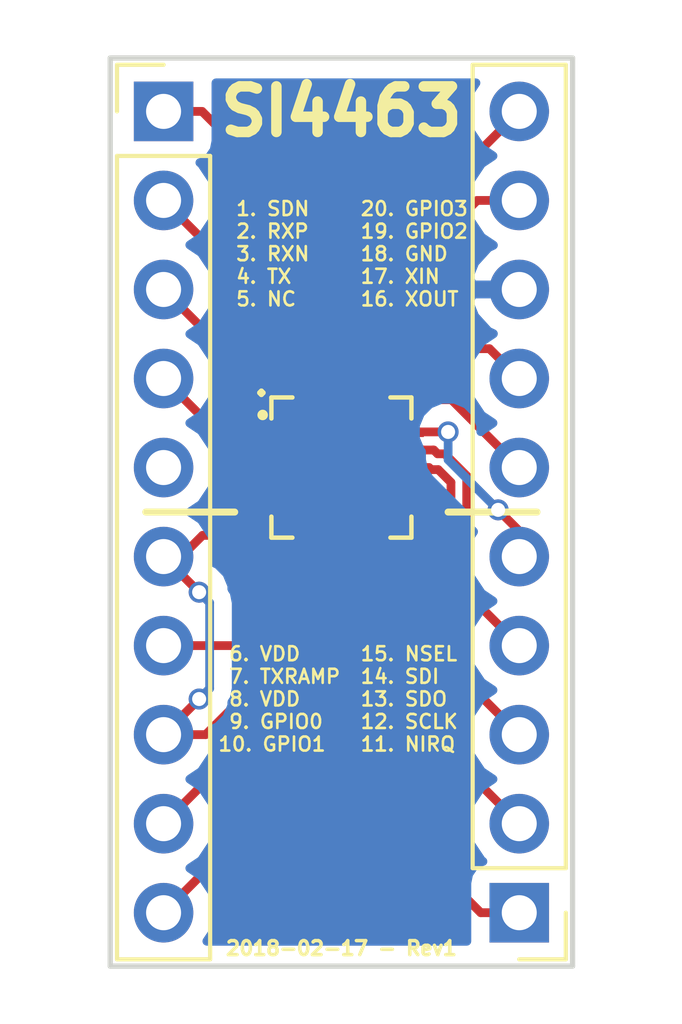
<source format=kicad_pcb>
(kicad_pcb (version 4) (host pcbnew 4.0.7)

  (general
    (links 21)
    (no_connects 0)
    (area 140.032381 93.215 159.68762 122.785)
    (thickness 1.6)
    (drawings 12)
    (tracks 88)
    (zones 0)
    (modules 3)
    (nets 19)
  )

  (page A4)
  (layers
    (0 F.Cu signal)
    (31 B.Cu signal)
    (32 B.Adhes user)
    (33 F.Adhes user)
    (34 B.Paste user)
    (35 F.Paste user)
    (36 B.SilkS user)
    (37 F.SilkS user)
    (38 B.Mask user)
    (39 F.Mask user)
    (40 Dwgs.User user)
    (41 Cmts.User user)
    (42 Eco1.User user)
    (43 Eco2.User user)
    (44 Edge.Cuts user)
    (45 Margin user)
    (46 B.CrtYd user)
    (47 F.CrtYd user)
    (48 B.Fab user)
    (49 F.Fab user)
  )

  (setup
    (last_trace_width 0.25)
    (trace_clearance 0.2)
    (zone_clearance 0.508)
    (zone_45_only no)
    (trace_min 0.2)
    (segment_width 0.2)
    (edge_width 0.15)
    (via_size 0.6)
    (via_drill 0.4)
    (via_min_size 0.4)
    (via_min_drill 0.3)
    (uvia_size 0.3)
    (uvia_drill 0.1)
    (uvias_allowed no)
    (uvia_min_size 0.2)
    (uvia_min_drill 0.1)
    (pcb_text_width 0.3)
    (pcb_text_size 1.5 1.5)
    (mod_edge_width 0.15)
    (mod_text_size 1 1)
    (mod_text_width 0.15)
    (pad_size 1.524 1.524)
    (pad_drill 0.762)
    (pad_to_mask_clearance 0.2)
    (aux_axis_origin 0 0)
    (visible_elements 7FFFFFFF)
    (pcbplotparams
      (layerselection 0x00030_80000001)
      (usegerberextensions false)
      (excludeedgelayer true)
      (linewidth 0.100000)
      (plotframeref false)
      (viasonmask false)
      (mode 1)
      (useauxorigin false)
      (hpglpennumber 1)
      (hpglpenspeed 20)
      (hpglpendiameter 15)
      (hpglpenoverlay 2)
      (psnegative false)
      (psa4output false)
      (plotreference true)
      (plotvalue true)
      (plotinvisibletext false)
      (padsonsilk false)
      (subtractmaskfromsilk false)
      (outputformat 1)
      (mirror false)
      (drillshape 1)
      (scaleselection 1)
      (outputdirectory ""))
  )

  (net 0 "")
  (net 1 "Net-(J1-Pad1)")
  (net 2 "Net-(J1-Pad2)")
  (net 3 "Net-(J1-Pad3)")
  (net 4 "Net-(J1-Pad4)")
  (net 5 "Net-(J1-Pad6)")
  (net 6 "Net-(J1-Pad7)")
  (net 7 "Net-(J1-Pad9)")
  (net 8 "Net-(J1-Pad10)")
  (net 9 "Net-(J2-Pad1)")
  (net 10 "Net-(J2-Pad2)")
  (net 11 "Net-(J2-Pad3)")
  (net 12 "Net-(J2-Pad4)")
  (net 13 "Net-(J2-Pad5)")
  (net 14 "Net-(J2-Pad6)")
  (net 15 "Net-(J2-Pad7)")
  (net 16 "Net-(J2-Pad8)")
  (net 17 "Net-(J2-Pad9)")
  (net 18 "Net-(J2-Pad10)")

  (net_class Default "This is the default net class."
    (clearance 0.2)
    (trace_width 0.25)
    (via_dia 0.6)
    (via_drill 0.4)
    (uvia_dia 0.3)
    (uvia_drill 0.1)
    (add_net "Net-(J1-Pad1)")
    (add_net "Net-(J1-Pad10)")
    (add_net "Net-(J1-Pad2)")
    (add_net "Net-(J1-Pad3)")
    (add_net "Net-(J1-Pad4)")
    (add_net "Net-(J1-Pad6)")
    (add_net "Net-(J1-Pad7)")
    (add_net "Net-(J1-Pad9)")
    (add_net "Net-(J2-Pad1)")
    (add_net "Net-(J2-Pad10)")
    (add_net "Net-(J2-Pad2)")
    (add_net "Net-(J2-Pad3)")
    (add_net "Net-(J2-Pad4)")
    (add_net "Net-(J2-Pad5)")
    (add_net "Net-(J2-Pad6)")
    (add_net "Net-(J2-Pad7)")
    (add_net "Net-(J2-Pad8)")
    (add_net "Net-(J2-Pad9)")
  )

  (module Pin_Headers:Pin_Header_Straight_1x10_Pitch2.54mm (layer F.Cu) (tedit 5A88ECC5) (tstamp 5A88EE85)
    (at 144.78 96.52)
    (descr "Through hole straight pin header, 1x10, 2.54mm pitch, single row")
    (tags "Through hole pin header THT 1x10 2.54mm single row")
    (path /5A88E6B4)
    (fp_text reference J1 (at 0 -2.33) (layer F.SilkS) hide
      (effects (font (size 1 1) (thickness 0.15)))
    )
    (fp_text value Conn_01x10 (at 0 25.19) (layer F.Fab)
      (effects (font (size 1 1) (thickness 0.15)))
    )
    (fp_line (start -0.635 -1.27) (end 1.27 -1.27) (layer F.Fab) (width 0.1))
    (fp_line (start 1.27 -1.27) (end 1.27 24.13) (layer F.Fab) (width 0.1))
    (fp_line (start 1.27 24.13) (end -1.27 24.13) (layer F.Fab) (width 0.1))
    (fp_line (start -1.27 24.13) (end -1.27 -0.635) (layer F.Fab) (width 0.1))
    (fp_line (start -1.27 -0.635) (end -0.635 -1.27) (layer F.Fab) (width 0.1))
    (fp_line (start -1.33 24.19) (end 1.33 24.19) (layer F.SilkS) (width 0.12))
    (fp_line (start -1.33 1.27) (end -1.33 24.19) (layer F.SilkS) (width 0.12))
    (fp_line (start 1.33 1.27) (end 1.33 24.19) (layer F.SilkS) (width 0.12))
    (fp_line (start -1.33 1.27) (end 1.33 1.27) (layer F.SilkS) (width 0.12))
    (fp_line (start -1.33 0) (end -1.33 -1.33) (layer F.SilkS) (width 0.12))
    (fp_line (start -1.33 -1.33) (end 0 -1.33) (layer F.SilkS) (width 0.12))
    (fp_line (start -1.8 -1.8) (end -1.8 24.65) (layer F.CrtYd) (width 0.05))
    (fp_line (start -1.8 24.65) (end 1.8 24.65) (layer F.CrtYd) (width 0.05))
    (fp_line (start 1.8 24.65) (end 1.8 -1.8) (layer F.CrtYd) (width 0.05))
    (fp_line (start 1.8 -1.8) (end -1.8 -1.8) (layer F.CrtYd) (width 0.05))
    (fp_text user %R (at 0 11.43 90) (layer F.Fab)
      (effects (font (size 1 1) (thickness 0.15)))
    )
    (pad 1 thru_hole rect (at 0 0) (size 1.7 1.7) (drill 1) (layers *.Cu *.Mask)
      (net 1 "Net-(J1-Pad1)"))
    (pad 2 thru_hole oval (at 0 2.54) (size 1.7 1.7) (drill 1) (layers *.Cu *.Mask)
      (net 2 "Net-(J1-Pad2)"))
    (pad 3 thru_hole oval (at 0 5.08) (size 1.7 1.7) (drill 1) (layers *.Cu *.Mask)
      (net 3 "Net-(J1-Pad3)"))
    (pad 4 thru_hole oval (at 0 7.62) (size 1.7 1.7) (drill 1) (layers *.Cu *.Mask)
      (net 4 "Net-(J1-Pad4)"))
    (pad 5 thru_hole oval (at 0 10.16) (size 1.7 1.7) (drill 1) (layers *.Cu *.Mask))
    (pad 6 thru_hole oval (at 0 12.7) (size 1.7 1.7) (drill 1) (layers *.Cu *.Mask)
      (net 5 "Net-(J1-Pad6)"))
    (pad 7 thru_hole oval (at 0 15.24) (size 1.7 1.7) (drill 1) (layers *.Cu *.Mask)
      (net 6 "Net-(J1-Pad7)"))
    (pad 8 thru_hole oval (at 0 17.78) (size 1.7 1.7) (drill 1) (layers *.Cu *.Mask)
      (net 5 "Net-(J1-Pad6)"))
    (pad 9 thru_hole oval (at 0 20.32) (size 1.7 1.7) (drill 1) (layers *.Cu *.Mask)
      (net 7 "Net-(J1-Pad9)"))
    (pad 10 thru_hole oval (at 0 22.86) (size 1.7 1.7) (drill 1) (layers *.Cu *.Mask)
      (net 8 "Net-(J1-Pad10)"))
    (model ${KISYS3DMOD}/Pin_Headers.3dshapes/Pin_Header_Straight_1x10_Pitch2.54mm.wrl
      (at (xyz 0 0 0))
      (scale (xyz 1 1 1))
      (rotate (xyz 0 0 0))
    )
  )

  (module Pin_Headers:Pin_Header_Straight_1x10_Pitch2.54mm (layer F.Cu) (tedit 5A88ECC8) (tstamp 5A88EE93)
    (at 154.94 119.38 180)
    (descr "Through hole straight pin header, 1x10, 2.54mm pitch, single row")
    (tags "Through hole pin header THT 1x10 2.54mm single row")
    (path /5A88E72F)
    (fp_text reference J2 (at 0 -2.33 180) (layer F.SilkS) hide
      (effects (font (size 1 1) (thickness 0.15)))
    )
    (fp_text value Conn_01x10 (at 0 25.19 180) (layer F.Fab)
      (effects (font (size 1 1) (thickness 0.15)))
    )
    (fp_line (start -0.635 -1.27) (end 1.27 -1.27) (layer F.Fab) (width 0.1))
    (fp_line (start 1.27 -1.27) (end 1.27 24.13) (layer F.Fab) (width 0.1))
    (fp_line (start 1.27 24.13) (end -1.27 24.13) (layer F.Fab) (width 0.1))
    (fp_line (start -1.27 24.13) (end -1.27 -0.635) (layer F.Fab) (width 0.1))
    (fp_line (start -1.27 -0.635) (end -0.635 -1.27) (layer F.Fab) (width 0.1))
    (fp_line (start -1.33 24.19) (end 1.33 24.19) (layer F.SilkS) (width 0.12))
    (fp_line (start -1.33 1.27) (end -1.33 24.19) (layer F.SilkS) (width 0.12))
    (fp_line (start 1.33 1.27) (end 1.33 24.19) (layer F.SilkS) (width 0.12))
    (fp_line (start -1.33 1.27) (end 1.33 1.27) (layer F.SilkS) (width 0.12))
    (fp_line (start -1.33 0) (end -1.33 -1.33) (layer F.SilkS) (width 0.12))
    (fp_line (start -1.33 -1.33) (end 0 -1.33) (layer F.SilkS) (width 0.12))
    (fp_line (start -1.8 -1.8) (end -1.8 24.65) (layer F.CrtYd) (width 0.05))
    (fp_line (start -1.8 24.65) (end 1.8 24.65) (layer F.CrtYd) (width 0.05))
    (fp_line (start 1.8 24.65) (end 1.8 -1.8) (layer F.CrtYd) (width 0.05))
    (fp_line (start 1.8 -1.8) (end -1.8 -1.8) (layer F.CrtYd) (width 0.05))
    (fp_text user %R (at 0 11.43 270) (layer F.Fab)
      (effects (font (size 1 1) (thickness 0.15)))
    )
    (pad 1 thru_hole rect (at 0 0 180) (size 1.7 1.7) (drill 1) (layers *.Cu *.Mask)
      (net 9 "Net-(J2-Pad1)"))
    (pad 2 thru_hole oval (at 0 2.54 180) (size 1.7 1.7) (drill 1) (layers *.Cu *.Mask)
      (net 10 "Net-(J2-Pad2)"))
    (pad 3 thru_hole oval (at 0 5.08 180) (size 1.7 1.7) (drill 1) (layers *.Cu *.Mask)
      (net 11 "Net-(J2-Pad3)"))
    (pad 4 thru_hole oval (at 0 7.62 180) (size 1.7 1.7) (drill 1) (layers *.Cu *.Mask)
      (net 12 "Net-(J2-Pad4)"))
    (pad 5 thru_hole oval (at 0 10.16 180) (size 1.7 1.7) (drill 1) (layers *.Cu *.Mask)
      (net 13 "Net-(J2-Pad5)"))
    (pad 6 thru_hole oval (at 0 12.7 180) (size 1.7 1.7) (drill 1) (layers *.Cu *.Mask)
      (net 14 "Net-(J2-Pad6)"))
    (pad 7 thru_hole oval (at 0 15.24 180) (size 1.7 1.7) (drill 1) (layers *.Cu *.Mask)
      (net 15 "Net-(J2-Pad7)"))
    (pad 8 thru_hole oval (at 0 17.78 180) (size 1.7 1.7) (drill 1) (layers *.Cu *.Mask)
      (net 16 "Net-(J2-Pad8)"))
    (pad 9 thru_hole oval (at 0 20.32 180) (size 1.7 1.7) (drill 1) (layers *.Cu *.Mask)
      (net 17 "Net-(J2-Pad9)"))
    (pad 10 thru_hole oval (at 0 22.86 180) (size 1.7 1.7) (drill 1) (layers *.Cu *.Mask)
      (net 18 "Net-(J2-Pad10)"))
    (model ${KISYS3DMOD}/Pin_Headers.3dshapes/Pin_Header_Straight_1x10_Pitch2.54mm.wrl
      (at (xyz 0 0 0))
      (scale (xyz 1 1 1))
      (rotate (xyz 0 0 0))
    )
  )

  (module CustomFootprintLibrary:QFN50P400X400X90-20N (layer F.Cu) (tedit 5A88ECC0) (tstamp 5A88EEC2)
    (at 149.86 106.68)
    (path /5A88E523)
    (attr smd)
    (fp_text reference U1 (at -1.69077 -2.70891) (layer F.SilkS) hide
      (effects (font (size 0.320676 0.320676) (thickness 0.05)))
    )
    (fp_text value SI4463-C2A-GM (at -1.48854 2.80537) (layer F.SilkS) hide
      (effects (font (size 0.320981 0.320981) (thickness 0.05)))
    )
    (fp_text user . (at -2.286 -2.54) (layer F.SilkS)
      (effects (font (size 1 1) (thickness 0.15)))
    )
    (fp_line (start -2 -2) (end -2 2) (layer Dwgs.User) (width 0.127))
    (fp_line (start -2 2) (end 2 2) (layer Dwgs.User) (width 0.127))
    (fp_line (start 2 2) (end 2 -2) (layer Dwgs.User) (width 0.127))
    (fp_line (start 2 -2) (end -2 -2) (layer Dwgs.User) (width 0.127))
    (fp_line (start -2 -1.4) (end -2 -2) (layer F.SilkS) (width 0.127))
    (fp_line (start -2 -2) (end -1.4 -2) (layer F.SilkS) (width 0.127))
    (fp_line (start 1.4 -2) (end 2 -2) (layer F.SilkS) (width 0.127))
    (fp_line (start 2 -2) (end 2 -1.4) (layer F.SilkS) (width 0.127))
    (fp_line (start 1.4 2) (end 2 2) (layer F.SilkS) (width 0.127))
    (fp_line (start 2 2) (end 2 1.4) (layer F.SilkS) (width 0.127))
    (fp_line (start -2 1.4) (end -2 2) (layer F.SilkS) (width 0.127))
    (fp_line (start -2 2) (end -1.4 2) (layer F.SilkS) (width 0.127))
    (fp_line (start -2.5 -2.5) (end -2.5 2.5) (layer Dwgs.User) (width 0.05))
    (fp_line (start -2.5 2.5) (end 2.5 2.5) (layer Dwgs.User) (width 0.05))
    (fp_line (start 2.5 2.5) (end 2.5 -2.5) (layer Dwgs.User) (width 0.05))
    (fp_line (start 2.5 -2.5) (end -2.5 -2.5) (layer Dwgs.User) (width 0.05))
    (fp_circle (center -2.25 -1.5) (end -2.1 -1.5) (layer F.SilkS) (width 0))
    (fp_poly (pts (xy 0.125427 -1.045) (xy 1.045 -1.045) (xy 1.045 -0.125427) (xy 0.125427 -0.125427)) (layer F.Paste) (width 0.381))
    (fp_poly (pts (xy -1.04625 -0.123747) (xy -1.04625 -1.04659) (xy -0.126592 -1.04659) (xy -0.126592 -0.123747)) (layer F.Paste) (width 0.381))
    (fp_poly (pts (xy 1.04639 0.126391) (xy 1.04639 1.04609) (xy 0.123907 1.04609) (xy 0.123907 0.126391)) (layer F.Paste) (width 0.381))
    (fp_poly (pts (xy -0.125 1.04937) (xy -1.04937 1.04937) (xy -1.04937 0.125) (xy -0.125 0.125)) (layer F.Paste) (width 0.381))
    (pad 1 smd rect (at -1.935 -1 90) (size 0.26 0.84) (layers F.Cu F.Paste F.Mask)
      (net 1 "Net-(J1-Pad1)"))
    (pad 2 smd rect (at -1.935 -0.5 90) (size 0.26 0.84) (layers F.Cu F.Paste F.Mask)
      (net 2 "Net-(J1-Pad2)"))
    (pad 3 smd rect (at -1.935 0 90) (size 0.26 0.84) (layers F.Cu F.Paste F.Mask)
      (net 3 "Net-(J1-Pad3)"))
    (pad 4 smd rect (at -1.935 0.5 90) (size 0.26 0.84) (layers F.Cu F.Paste F.Mask)
      (net 4 "Net-(J1-Pad4)"))
    (pad 5 smd rect (at -1.935 1 90) (size 0.26 0.84) (layers F.Cu F.Paste F.Mask))
    (pad 6 smd rect (at -1 1.935 180) (size 0.26 0.84) (layers F.Cu F.Paste F.Mask)
      (net 5 "Net-(J1-Pad6)"))
    (pad 7 smd rect (at -0.5 1.935 180) (size 0.26 0.84) (layers F.Cu F.Paste F.Mask)
      (net 6 "Net-(J1-Pad7)"))
    (pad 8 smd rect (at 0 1.935 180) (size 0.26 0.84) (layers F.Cu F.Paste F.Mask)
      (net 5 "Net-(J1-Pad6)"))
    (pad 9 smd rect (at 0.5 1.935 180) (size 0.26 0.84) (layers F.Cu F.Paste F.Mask)
      (net 7 "Net-(J1-Pad9)"))
    (pad 10 smd rect (at 1 1.935 180) (size 0.26 0.84) (layers F.Cu F.Paste F.Mask)
      (net 8 "Net-(J1-Pad10)"))
    (pad 11 smd rect (at 1.935 1 270) (size 0.26 0.84) (layers F.Cu F.Paste F.Mask)
      (net 9 "Net-(J2-Pad1)"))
    (pad 12 smd rect (at 1.935 0.5 270) (size 0.26 0.84) (layers F.Cu F.Paste F.Mask)
      (net 10 "Net-(J2-Pad2)"))
    (pad 13 smd rect (at 1.935 0 270) (size 0.26 0.84) (layers F.Cu F.Paste F.Mask)
      (net 11 "Net-(J2-Pad3)"))
    (pad 14 smd rect (at 1.935 -0.5 270) (size 0.26 0.84) (layers F.Cu F.Paste F.Mask)
      (net 12 "Net-(J2-Pad4)"))
    (pad 15 smd rect (at 1.935 -1 270) (size 0.26 0.84) (layers F.Cu F.Paste F.Mask)
      (net 13 "Net-(J2-Pad5)"))
    (pad 16 smd rect (at 1 -1.935) (size 0.26 0.84) (layers F.Cu F.Paste F.Mask)
      (net 14 "Net-(J2-Pad6)"))
    (pad 17 smd rect (at 0.5 -1.935) (size 0.26 0.84) (layers F.Cu F.Paste F.Mask)
      (net 15 "Net-(J2-Pad7)"))
    (pad 18 smd rect (at 0 -1.935) (size 0.26 0.84) (layers F.Cu F.Paste F.Mask)
      (net 16 "Net-(J2-Pad8)"))
    (pad 19 smd rect (at -0.5 -1.935) (size 0.26 0.84) (layers F.Cu F.Paste F.Mask)
      (net 17 "Net-(J2-Pad9)"))
    (pad 20 smd rect (at -1 -1.935) (size 0.26 0.84) (layers F.Cu F.Paste F.Mask)
      (net 18 "Net-(J2-Pad10)"))
    (pad 21 smd rect (at 0 0) (size 2.6 2.6) (layers F.Cu F.Paste F.Mask)
      (net 16 "Net-(J2-Pad8)"))
  )

  (gr_line (start 156.464 94.996) (end 143.256 94.996) (layer Edge.Cuts) (width 0.15))
  (gr_line (start 156.464 120.904) (end 156.464 94.996) (layer Edge.Cuts) (width 0.15))
  (gr_line (start 143.256 120.904) (end 156.464 120.904) (layer Edge.Cuts) (width 0.15))
  (gr_line (start 143.256 94.996) (end 143.256 120.904) (layer Edge.Cuts) (width 0.15))
  (gr_text "2018-02-17 - Rev1" (at 149.86 120.396) (layer F.SilkS)
    (effects (font (size 0.4 0.4) (thickness 0.1)))
  )
  (gr_text SI4463 (at 149.86 96.52) (layer F.SilkS)
    (effects (font (size 1.3 1.3) (thickness 0.3)))
  )
  (gr_text "20. GPIO3\n19. GPIO2\n18. GND\n17. XIN\n16. XOUT" (at 150.368 100.584) (layer F.SilkS) (tstamp 5A88F744)
    (effects (font (size 0.4 0.4) (thickness 0.075)) (justify left))
  )
  (gr_text "15. NSEL\n14. SDI\n13. SDO\n12. SCLK\n11. NIRQ" (at 150.368 113.284) (layer F.SilkS) (tstamp 5A88F706)
    (effects (font (size 0.4 0.4) (thickness 0.075)) (justify left))
  )
  (gr_text " 6. VDD\n 7. TXRAMP\n 8. VDD\n 9. GPIO0\n10. GPIO1" (at 146.304 113.284) (layer F.SilkS) (tstamp 5A88F63F)
    (effects (font (size 0.4 0.4) (thickness 0.075)) (justify left))
  )
  (gr_line (start 152.908 107.95) (end 155.448 107.95) (layer F.SilkS) (width 0.2) (tstamp 5A88F637))
  (gr_line (start 144.272 107.95) (end 146.812 107.95) (layer F.SilkS) (width 0.2))
  (gr_text "1. SDN\n2. RXP\n3. RXN\n4. TX\n5. NC" (at 146.812 100.584) (layer F.SilkS)
    (effects (font (size 0.4 0.4) (thickness 0.075)) (justify left))
  )

  (segment (start 147.925 105.68) (end 147.925 98.565) (width 0.25) (layer F.Cu) (net 1) (status 10))
  (segment (start 147.925 98.565) (end 145.88 96.52) (width 0.25) (layer F.Cu) (net 1))
  (segment (start 145.88 96.52) (end 144.78 96.52) (width 0.25) (layer F.Cu) (net 1))
  (segment (start 147.289997 106.18) (end 147.925 106.18) (width 0.25) (layer F.Cu) (net 2) (status 20))
  (segment (start 147.179999 106.070002) (end 147.289997 106.18) (width 0.25) (layer F.Cu) (net 2))
  (segment (start 147.179999 101.459999) (end 147.179999 106.070002) (width 0.25) (layer F.Cu) (net 2))
  (segment (start 144.78 99.06) (end 147.179999 101.459999) (width 0.25) (layer F.Cu) (net 2))
  (segment (start 147.880001 106.635001) (end 147.925 106.68) (width 0.25) (layer F.Cu) (net 3) (status 30))
  (segment (start 146.729988 103.549988) (end 146.72999 106.256403) (width 0.25) (layer F.Cu) (net 3))
  (segment (start 147.240008 106.63001) (end 147.244999 106.635001) (width 0.25) (layer F.Cu) (net 3))
  (segment (start 147.103597 106.63001) (end 147.240008 106.63001) (width 0.25) (layer F.Cu) (net 3))
  (segment (start 147.244999 106.635001) (end 147.880001 106.635001) (width 0.25) (layer F.Cu) (net 3) (status 20))
  (segment (start 144.78 101.6) (end 146.729988 103.549988) (width 0.25) (layer F.Cu) (net 3))
  (segment (start 146.72999 106.256403) (end 147.103597 106.63001) (width 0.25) (layer F.Cu) (net 3))
  (segment (start 146.27998 105.63998) (end 146.279981 106.442804) (width 0.25) (layer F.Cu) (net 4))
  (segment (start 144.78 104.14) (end 146.27998 105.63998) (width 0.25) (layer F.Cu) (net 4))
  (segment (start 146.279981 106.442804) (end 147.017176 107.18) (width 0.25) (layer F.Cu) (net 4))
  (segment (start 147.017176 107.18) (end 147.255 107.18) (width 0.25) (layer F.Cu) (net 4))
  (segment (start 147.255 107.18) (end 147.925 107.18) (width 0.25) (layer F.Cu) (net 4) (status 20))
  (segment (start 145.796 110.236) (end 144.78 109.22) (width 0.25) (layer F.Cu) (net 5))
  (segment (start 145.796 113.284) (end 146.095999 112.984001) (width 0.25) (layer B.Cu) (net 5))
  (segment (start 146.095999 112.984001) (end 146.095999 110.535999) (width 0.25) (layer B.Cu) (net 5))
  (segment (start 146.095999 110.535999) (end 145.796 110.236) (width 0.25) (layer B.Cu) (net 5))
  (via (at 145.796 110.236) (size 0.6) (drill 0.4) (layers F.Cu B.Cu) (net 5))
  (segment (start 144.78 114.3) (end 145.796 113.284) (width 0.25) (layer F.Cu) (net 5))
  (via (at 145.796 113.284) (size 0.6) (drill 0.4) (layers F.Cu B.Cu) (net 5))
  (segment (start 149.86 109.285) (end 149.86 108.615) (width 0.25) (layer F.Cu) (net 5) (status 20))
  (segment (start 149.86 110.422081) (end 149.86 109.285) (width 0.25) (layer F.Cu) (net 5))
  (segment (start 145.982081 114.3) (end 149.86 110.422081) (width 0.25) (layer F.Cu) (net 5))
  (segment (start 144.78 114.3) (end 145.982081 114.3) (width 0.25) (layer F.Cu) (net 5))
  (segment (start 145.288 109.22) (end 145.893 108.615) (width 0.25) (layer F.Cu) (net 5))
  (segment (start 145.893 108.615) (end 148.86 108.615) (width 0.25) (layer F.Cu) (net 5) (status 20))
  (segment (start 144.78 109.22) (end 145.288 109.22) (width 0.25) (layer F.Cu) (net 5))
  (segment (start 144.78 111.76) (end 146.885 111.76) (width 0.25) (layer F.Cu) (net 6))
  (segment (start 146.885 111.76) (end 149.36 109.285) (width 0.25) (layer F.Cu) (net 6))
  (segment (start 149.36 109.285) (end 149.36 108.615) (width 0.25) (layer F.Cu) (net 6) (status 20))
  (segment (start 144.78 116.84) (end 150.36 111.26) (width 0.25) (layer F.Cu) (net 7))
  (segment (start 150.36 111.26) (end 150.36 108.615) (width 0.25) (layer F.Cu) (net 7) (status 20))
  (segment (start 150.86 108.615) (end 150.86 113.3) (width 0.25) (layer F.Cu) (net 8) (status 10))
  (segment (start 150.86 113.3) (end 144.78 119.38) (width 0.25) (layer F.Cu) (net 8))
  (segment (start 154.94 119.38) (end 153.84 119.38) (width 0.25) (layer F.Cu) (net 9))
  (segment (start 151.384 116.924) (end 151.384 108.471) (width 0.25) (layer F.Cu) (net 9))
  (segment (start 153.84 119.38) (end 151.384 116.924) (width 0.25) (layer F.Cu) (net 9))
  (segment (start 151.384 108.471) (end 151.795 108.06) (width 0.25) (layer F.Cu) (net 9))
  (segment (start 151.795 108.06) (end 151.795 107.68) (width 0.25) (layer F.Cu) (net 9) (status 20))
  (segment (start 152.439025 107.189023) (end 151.804023 107.189023) (width 0.25) (layer F.Cu) (net 10))
  (segment (start 151.804023 107.189023) (end 151.795 107.18) (width 0.25) (layer F.Cu) (net 10))
  (segment (start 154.94 116.84) (end 152.540001 114.440001) (width 0.25) (layer F.Cu) (net 10))
  (segment (start 152.540001 114.440001) (end 152.540001 107.289999) (width 0.25) (layer F.Cu) (net 10))
  (segment (start 152.540001 107.289999) (end 152.439025 107.189023) (width 0.25) (layer F.Cu) (net 10))
  (segment (start 152.362587 106.68) (end 151.795 106.68) (width 0.25) (layer F.Cu) (net 11))
  (segment (start 152.99001 112.35001) (end 152.99001 107.103598) (width 0.25) (layer F.Cu) (net 11))
  (segment (start 154.94 114.3) (end 152.99001 112.35001) (width 0.25) (layer F.Cu) (net 11))
  (segment (start 152.99001 107.103598) (end 152.625424 106.739012) (width 0.25) (layer F.Cu) (net 11))
  (segment (start 152.421599 106.739012) (end 152.362587 106.68) (width 0.25) (layer F.Cu) (net 11))
  (segment (start 152.625424 106.739012) (end 152.421599 106.739012) (width 0.25) (layer F.Cu) (net 11))
  (segment (start 152.811823 106.289001) (end 152.607999 106.289001) (width 0.25) (layer F.Cu) (net 12))
  (segment (start 152.607999 106.289001) (end 152.498998 106.18) (width 0.25) (layer F.Cu) (net 12))
  (segment (start 152.498998 106.18) (end 152.465 106.18) (width 0.25) (layer F.Cu) (net 12))
  (segment (start 152.465 106.18) (end 151.795 106.18) (width 0.25) (layer F.Cu) (net 12))
  (segment (start 153.440019 106.917197) (end 152.811823 106.289001) (width 0.25) (layer F.Cu) (net 12))
  (segment (start 153.440026 110.260026) (end 153.440019 106.917197) (width 0.25) (layer F.Cu) (net 12))
  (segment (start 154.94 111.76) (end 153.440026 110.260026) (width 0.25) (layer F.Cu) (net 12))
  (segment (start 152.908 105.664) (end 151.811 105.664) (width 0.25) (layer F.Cu) (net 13))
  (segment (start 151.811 105.664) (end 151.795 105.68) (width 0.25) (layer F.Cu) (net 13))
  (segment (start 154.336261 107.887478) (end 152.908 106.459217) (width 0.25) (layer B.Cu) (net 13))
  (via (at 152.908 105.664) (size 0.6) (drill 0.4) (layers F.Cu B.Cu) (net 13))
  (segment (start 152.908 106.459217) (end 152.908 105.664) (width 0.25) (layer B.Cu) (net 13))
  (segment (start 154.94 109.22) (end 154.94 108.491217) (width 0.25) (layer F.Cu) (net 13))
  (segment (start 154.94 108.491217) (end 154.336261 107.887478) (width 0.25) (layer F.Cu) (net 13))
  (via (at 154.336261 107.887478) (size 0.6) (drill 0.4) (layers F.Cu B.Cu) (net 13))
  (segment (start 154.94 106.68) (end 153.005 104.745) (width 0.25) (layer F.Cu) (net 14))
  (segment (start 153.005 104.745) (end 150.86 104.745) (width 0.25) (layer F.Cu) (net 14) (status 20))
  (segment (start 150.36 104.109997) (end 150.36 104.745) (width 0.25) (layer F.Cu) (net 15) (status 20))
  (segment (start 151.179996 103.290001) (end 150.36 104.109997) (width 0.25) (layer F.Cu) (net 15))
  (segment (start 154.090001 103.290001) (end 151.179996 103.290001) (width 0.25) (layer F.Cu) (net 15))
  (segment (start 154.94 104.14) (end 154.090001 103.290001) (width 0.25) (layer F.Cu) (net 15))
  (segment (start 149.86 104.745) (end 149.86 106.68) (width 0.25) (layer F.Cu) (net 16))
  (segment (start 154.94 101.6) (end 152.233587 101.6) (width 0.25) (layer F.Cu) (net 16))
  (segment (start 152.233587 101.6) (end 149.86 103.973587) (width 0.25) (layer F.Cu) (net 16))
  (segment (start 149.86 103.973587) (end 149.86 104.075) (width 0.25) (layer F.Cu) (net 16))
  (segment (start 149.86 104.075) (end 149.86 104.745) (width 0.25) (layer F.Cu) (net 16) (status 20))
  (segment (start 154.94 99.06) (end 153.737919 99.06) (width 0.25) (layer F.Cu) (net 17))
  (segment (start 153.737919 99.06) (end 149.36 103.437919) (width 0.25) (layer F.Cu) (net 17))
  (segment (start 149.36 103.437919) (end 149.36 104.075) (width 0.25) (layer F.Cu) (net 17))
  (segment (start 149.36 104.075) (end 149.36 104.745) (width 0.25) (layer F.Cu) (net 17) (status 20))
  (segment (start 154.94 96.52) (end 148.86 102.6) (width 0.25) (layer F.Cu) (net 18))
  (segment (start 148.86 102.6) (end 148.86 104.745) (width 0.25) (layer F.Cu) (net 18) (status 20))

  (zone (net 16) (net_name "Net-(J2-Pad8)") (layer B.Cu) (tstamp 0) (hatch edge 0.508)
    (connect_pads (clearance 0.508))
    (min_thickness 0.254)
    (fill yes (arc_segments 16) (thermal_gap 0.508) (thermal_bridge_width 0.508))
    (polygon
      (pts
        (xy 143.256 94.996) (xy 143.256 120.904) (xy 156.464 120.904) (xy 156.464 94.996)
      )
    )
    (filled_polygon
      (pts
        (xy 153.538946 95.951715) (xy 153.425907 96.52) (xy 153.538946 97.088285) (xy 153.860853 97.570054) (xy 154.190026 97.79)
        (xy 153.860853 98.009946) (xy 153.538946 98.491715) (xy 153.425907 99.06) (xy 153.538946 99.628285) (xy 153.860853 100.110054)
        (xy 154.201553 100.337702) (xy 154.058642 100.404817) (xy 153.668355 100.833076) (xy 153.498524 101.24311) (xy 153.619845 101.473)
        (xy 154.813 101.473) (xy 154.813 101.453) (xy 155.067 101.453) (xy 155.067 101.473) (xy 155.087 101.473)
        (xy 155.087 101.727) (xy 155.067 101.727) (xy 155.067 101.747) (xy 154.813 101.747) (xy 154.813 101.727)
        (xy 153.619845 101.727) (xy 153.498524 101.95689) (xy 153.668355 102.366924) (xy 154.058642 102.795183) (xy 154.201553 102.862298)
        (xy 153.860853 103.089946) (xy 153.538946 103.571715) (xy 153.425907 104.14) (xy 153.538946 104.708285) (xy 153.860853 105.190054)
        (xy 154.190026 105.41) (xy 153.860853 105.629946) (xy 153.843007 105.656654) (xy 153.843162 105.478833) (xy 153.701117 105.135057)
        (xy 153.438327 104.871808) (xy 153.094799 104.729162) (xy 152.722833 104.728838) (xy 152.379057 104.870883) (xy 152.115808 105.133673)
        (xy 151.973162 105.477201) (xy 151.972838 105.849167) (xy 152.114883 106.192943) (xy 152.148 106.226118) (xy 152.148 106.459217)
        (xy 152.205852 106.750056) (xy 152.370599 106.996618) (xy 153.401139 108.027158) (xy 153.401099 108.072645) (xy 153.543144 108.416421)
        (xy 153.634809 108.508246) (xy 153.538946 108.651715) (xy 153.425907 109.22) (xy 153.538946 109.788285) (xy 153.860853 110.270054)
        (xy 154.190026 110.49) (xy 153.860853 110.709946) (xy 153.538946 111.191715) (xy 153.425907 111.76) (xy 153.538946 112.328285)
        (xy 153.860853 112.810054) (xy 154.190026 113.03) (xy 153.860853 113.249946) (xy 153.538946 113.731715) (xy 153.425907 114.3)
        (xy 153.538946 114.868285) (xy 153.860853 115.350054) (xy 154.190026 115.57) (xy 153.860853 115.789946) (xy 153.538946 116.271715)
        (xy 153.425907 116.84) (xy 153.538946 117.408285) (xy 153.860853 117.890054) (xy 153.902452 117.91785) (xy 153.854683 117.926838)
        (xy 153.638559 118.06591) (xy 153.493569 118.27811) (xy 153.44256 118.53) (xy 153.44256 120.194) (xy 146.016873 120.194)
        (xy 146.181054 119.948285) (xy 146.294093 119.38) (xy 146.181054 118.811715) (xy 145.859147 118.329946) (xy 145.529974 118.11)
        (xy 145.859147 117.890054) (xy 146.181054 117.408285) (xy 146.294093 116.84) (xy 146.181054 116.271715) (xy 145.859147 115.789946)
        (xy 145.529974 115.57) (xy 145.859147 115.350054) (xy 146.181054 114.868285) (xy 146.294093 114.3) (xy 146.255469 114.105823)
        (xy 146.324943 114.077117) (xy 146.588192 113.814327) (xy 146.730838 113.470799) (xy 146.730921 113.375451) (xy 146.798147 113.27484)
        (xy 146.855999 112.984001) (xy 146.855999 110.535999) (xy 146.798147 110.24516) (xy 146.73108 110.144787) (xy 146.731162 110.050833)
        (xy 146.589117 109.707057) (xy 146.326327 109.443808) (xy 146.255431 109.414369) (xy 146.294093 109.22) (xy 146.181054 108.651715)
        (xy 145.859147 108.169946) (xy 145.529974 107.95) (xy 145.859147 107.730054) (xy 146.181054 107.248285) (xy 146.294093 106.68)
        (xy 146.181054 106.111715) (xy 145.859147 105.629946) (xy 145.529974 105.41) (xy 145.859147 105.190054) (xy 146.181054 104.708285)
        (xy 146.294093 104.14) (xy 146.181054 103.571715) (xy 145.859147 103.089946) (xy 145.529974 102.87) (xy 145.859147 102.650054)
        (xy 146.181054 102.168285) (xy 146.294093 101.6) (xy 146.181054 101.031715) (xy 145.859147 100.549946) (xy 145.529974 100.33)
        (xy 145.859147 100.110054) (xy 146.181054 99.628285) (xy 146.294093 99.06) (xy 146.181054 98.491715) (xy 145.859147 98.009946)
        (xy 145.817548 97.98215) (xy 145.865317 97.973162) (xy 146.081441 97.83409) (xy 146.226431 97.62189) (xy 146.27744 97.37)
        (xy 146.27744 95.706) (xy 153.703127 95.706)
      )
    )
  )
)

</source>
